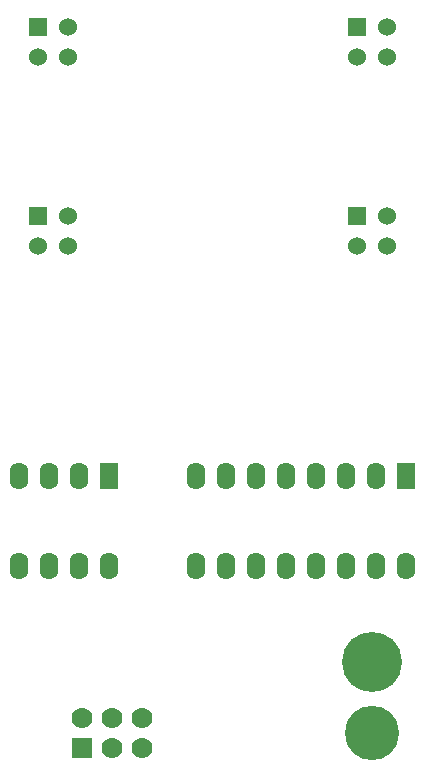
<source format=gbs>
G04 (created by PCBNEW (2013-mar-13)-testing) date Tue 05 Aug 2014 04:20:57 PM PDT*
%MOIN*%
G04 Gerber Fmt 3.4, Leading zero omitted, Abs format*
%FSLAX34Y34*%
G01*
G70*
G90*
G04 APERTURE LIST*
%ADD10C,0.005906*%
%ADD11R,0.060000X0.060000*%
%ADD12C,0.060000*%
%ADD13R,0.070000X0.070000*%
%ADD14C,0.070000*%
%ADD15C,0.200000*%
%ADD16C,0.181100*%
%ADD17R,0.062000X0.090000*%
%ADD18O,0.062000X0.090000*%
G04 APERTURE END LIST*
G54D10*
G54D11*
X21744Y-24500D03*
G54D12*
X22744Y-24500D03*
X21744Y-25500D03*
X22744Y-25500D03*
G54D11*
X21744Y-30799D03*
G54D12*
X22744Y-30799D03*
X21744Y-31799D03*
X22744Y-31799D03*
G54D11*
X32374Y-24500D03*
G54D12*
X33374Y-24500D03*
X32374Y-25500D03*
X33374Y-25500D03*
G54D11*
X32374Y-30799D03*
G54D12*
X33374Y-30799D03*
X32374Y-31799D03*
X33374Y-31799D03*
G54D13*
X23212Y-48531D03*
G54D14*
X23212Y-47531D03*
X24212Y-48531D03*
X24212Y-47531D03*
X25212Y-48531D03*
X25212Y-47531D03*
G54D15*
X32874Y-45669D03*
G54D16*
X32874Y-48031D03*
G54D17*
X34011Y-39444D03*
G54D18*
X33011Y-39444D03*
X32011Y-39444D03*
X31011Y-39444D03*
X30011Y-39444D03*
X29011Y-39444D03*
X28011Y-39444D03*
X27011Y-39444D03*
X27011Y-42444D03*
X28011Y-42444D03*
X29011Y-42444D03*
X30011Y-42444D03*
X31011Y-42444D03*
X32011Y-42444D03*
X33011Y-42444D03*
X34011Y-42444D03*
G54D17*
X24137Y-39444D03*
G54D18*
X23137Y-39444D03*
X22137Y-39444D03*
X21137Y-39444D03*
X21137Y-42444D03*
X22137Y-42444D03*
X23137Y-42444D03*
X24137Y-42444D03*
M02*

</source>
